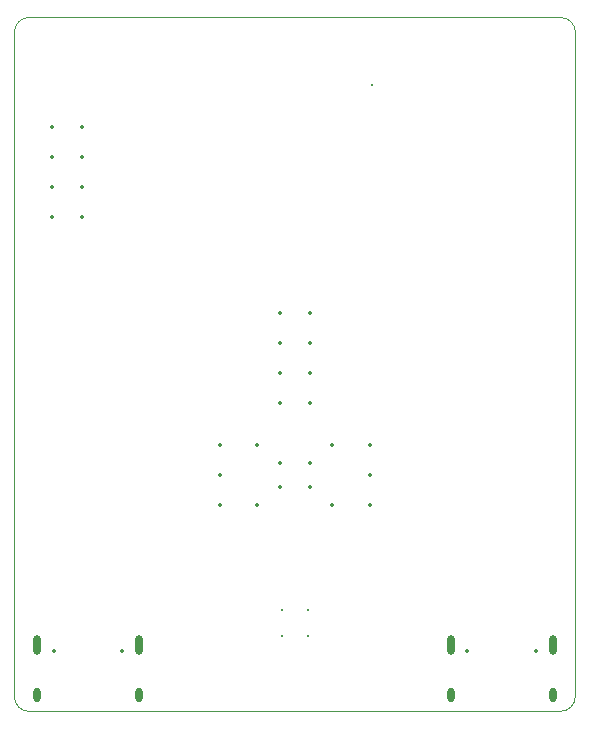
<source format=gm1>
%TF.GenerationSoftware,KiCad,Pcbnew,8.0.8*%
%TF.CreationDate,2025-03-21T10:35:37+01:00*%
%TF.ProjectId,RF_HID_module_test,52465f48-4944-45f6-9d6f-64756c655f74,rev?*%
%TF.SameCoordinates,Original*%
%TF.FileFunction,Profile,NP*%
%FSLAX46Y46*%
G04 Gerber Fmt 4.6, Leading zero omitted, Abs format (unit mm)*
G04 Created by KiCad (PCBNEW 8.0.8) date 2025-03-21 10:35:37*
%MOMM*%
%LPD*%
G01*
G04 APERTURE LIST*
%TA.AperFunction,Profile*%
%ADD10C,0.050000*%
%TD*%
%ADD11C,0.350000*%
%ADD12O,0.600000X1.700000*%
%ADD13O,0.600000X1.200000*%
%ADD14C,0.200000*%
%ADD15C,0.300000*%
G04 APERTURE END LIST*
D10*
X136250000Y-146250000D02*
X136250000Y-90000000D01*
X137500000Y-88750000D02*
X182500000Y-88750000D01*
X183750000Y-146250000D02*
G75*
G02*
X182500000Y-147500000I-1250000J0D01*
G01*
X182500000Y-88750000D02*
G75*
G02*
X183750000Y-90000000I0J-1250000D01*
G01*
X183750000Y-146250000D02*
X183750000Y-90000000D01*
X137500000Y-147500000D02*
X182500000Y-147500000D01*
X136250000Y-90000000D02*
G75*
G02*
X137500000Y-88750000I1250000J0D01*
G01*
X137500000Y-147500000D02*
G75*
G02*
X136250000Y-146250000I0J1250000D01*
G01*
D11*
X142000000Y-98000000D03*
X139459994Y-97999999D03*
X141999999Y-100540006D03*
X139460000Y-100540000D03*
X142000000Y-103080000D03*
X139459998Y-103080000D03*
X142000000Y-105620000D03*
X139460001Y-105620000D03*
X139610000Y-142395000D03*
X145390000Y-142395000D03*
D12*
X138180000Y-141895000D03*
D13*
X138180000Y-146075000D03*
D12*
X146820000Y-141895000D03*
D13*
X146820000Y-146075000D03*
D11*
X161250000Y-113750000D03*
X158709996Y-113749998D03*
X161249998Y-116290004D03*
X158710000Y-116290000D03*
X161250000Y-118830000D03*
X158709999Y-118829998D03*
X161250000Y-121370000D03*
X158710001Y-121370000D03*
X153660000Y-124960000D03*
X153660000Y-127500000D03*
X153660000Y-130040000D03*
X156835000Y-124960000D03*
X156835000Y-130040000D03*
X158740000Y-126484000D03*
X158740000Y-128516000D03*
X174610000Y-142395000D03*
X180390000Y-142395000D03*
D12*
X173180000Y-141895000D03*
D13*
X173180000Y-146075000D03*
D12*
X181820000Y-141895000D03*
D13*
X181820000Y-146075000D03*
D14*
X158900000Y-138900000D03*
X158900000Y-141100000D03*
X161100000Y-138900000D03*
X161100000Y-141100000D03*
D11*
X166340003Y-127500001D03*
X166340000Y-130040000D03*
X166340000Y-124960000D03*
X163164999Y-130040000D03*
X163164999Y-124960000D03*
X161259998Y-128516002D03*
X161259998Y-126483999D03*
D15*
X166550000Y-94500000D03*
M02*

</source>
